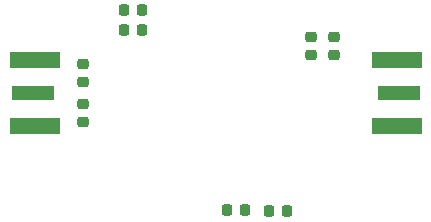
<source format=gbr>
%TF.GenerationSoftware,KiCad,Pcbnew,(6.0.1)*%
%TF.CreationDate,2022-02-12T12:27:59+00:00*%
%TF.ProjectId,LowPass_10mm,4c6f7750-6173-4735-9f31-306d6d2e6b69,rev?*%
%TF.SameCoordinates,Original*%
%TF.FileFunction,Paste,Top*%
%TF.FilePolarity,Positive*%
%FSLAX46Y46*%
G04 Gerber Fmt 4.6, Leading zero omitted, Abs format (unit mm)*
G04 Created by KiCad (PCBNEW (6.0.1)) date 2022-02-12 12:27:59*
%MOMM*%
%LPD*%
G01*
G04 APERTURE LIST*
G04 Aperture macros list*
%AMRoundRect*
0 Rectangle with rounded corners*
0 $1 Rounding radius*
0 $2 $3 $4 $5 $6 $7 $8 $9 X,Y pos of 4 corners*
0 Add a 4 corners polygon primitive as box body*
4,1,4,$2,$3,$4,$5,$6,$7,$8,$9,$2,$3,0*
0 Add four circle primitives for the rounded corners*
1,1,$1+$1,$2,$3*
1,1,$1+$1,$4,$5*
1,1,$1+$1,$6,$7*
1,1,$1+$1,$8,$9*
0 Add four rect primitives between the rounded corners*
20,1,$1+$1,$2,$3,$4,$5,0*
20,1,$1+$1,$4,$5,$6,$7,0*
20,1,$1+$1,$6,$7,$8,$9,0*
20,1,$1+$1,$8,$9,$2,$3,0*%
G04 Aperture macros list end*
%ADD10RoundRect,0.225000X0.225000X0.250000X-0.225000X0.250000X-0.225000X-0.250000X0.225000X-0.250000X0*%
%ADD11RoundRect,0.225000X0.250000X-0.225000X0.250000X0.225000X-0.250000X0.225000X-0.250000X-0.225000X0*%
%ADD12RoundRect,0.225000X-0.250000X0.225000X-0.250000X-0.225000X0.250000X-0.225000X0.250000X0.225000X0*%
%ADD13RoundRect,0.225000X-0.225000X-0.250000X0.225000X-0.250000X0.225000X0.250000X-0.225000X0.250000X0*%
%ADD14R,3.600000X1.270000*%
%ADD15R,4.200000X1.350000*%
G04 APERTURE END LIST*
D10*
%TO.C,C4*%
X111265000Y-107213400D03*
X109715000Y-107213400D03*
%TD*%
D11*
%TO.C,C1*%
X106248200Y-111595200D03*
X106248200Y-110045200D03*
%TD*%
%TO.C,C8*%
X125526800Y-109307000D03*
X125526800Y-107757000D03*
%TD*%
D12*
%TO.C,C2*%
X106222800Y-113448800D03*
X106222800Y-114998800D03*
%TD*%
D13*
%TO.C,C6*%
X121983200Y-122504200D03*
X123533200Y-122504200D03*
%TD*%
D10*
%TO.C,C5*%
X120002600Y-122453400D03*
X118452600Y-122453400D03*
%TD*%
D14*
%TO.C,J2*%
X133000000Y-112500000D03*
D15*
X132800000Y-109675000D03*
X132800000Y-115325000D03*
%TD*%
D14*
%TO.C,J1*%
X102000000Y-112500000D03*
D15*
X102200000Y-109675000D03*
X102200000Y-115325000D03*
%TD*%
D11*
%TO.C,C7*%
X127508000Y-109309200D03*
X127508000Y-107759200D03*
%TD*%
D10*
%TO.C,C3*%
X111265000Y-105511600D03*
X109715000Y-105511600D03*
%TD*%
M02*

</source>
